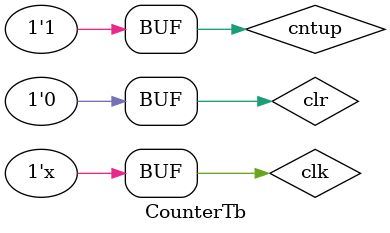
<source format=v>
`timescale 1ns/1ns

module CounterTb ();

reg cntup = 0, clk = 0, clr = 0;
wire [4:0] res; 

Counter UUT(clk, cntup, clr, res);


always #5 clk = ~clk;

initial begin
    
    clr = 1;
    #50 clr = 0;
    cntup = 1;
    #300;
end
    
endmodule
</source>
